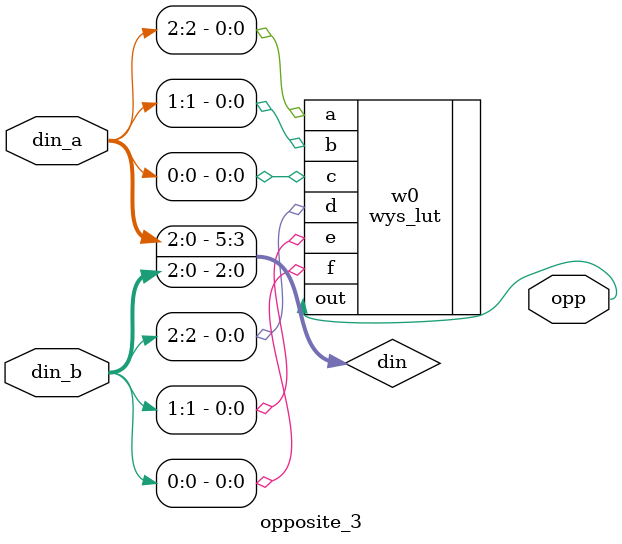
<source format=v>



// Copyright 2012 Altera Corporation. All rights reserved.  
// Altera products are protected under numerous U.S. and foreign patents, 
// maskwork rights, copyrights and other intellectual property laws.  
//
// This reference design file, and your use thereof, is subject to and governed
// by the terms and conditions of the applicable Altera Reference Design 
// License Agreement (either as signed by you or found at www.altera.com).  By
// using this reference design file, you indicate your acceptance of such terms
// and conditions between you and Altera Corporation.  In the event that you do
// not agree with such terms and conditions, you may not use the reference 
// design file and please promptly destroy any copies you have made.
//
// This reference design file is being provided on an "as-is" basis and as an 
// accommodation and therefore all warranties, representations or guarantees of 
// any kind (whether express, implied or statutory) including, without 
// limitation, warranties of merchantability, non-infringement, or fitness for
// a particular purpose, are specifically disclaimed.  By making this reference
// design file available, Altera expressly does not recommend, suggest or 
// require that this reference design file be used in combination with any 
// other product not provided by Altera.
/////////////////////////////////////////////////////////////////////////////

`timescale 1 ps / 1 ps
// baeckler - 06-07-2012

module opposite_3 #(
	parameter TARGET_CHIP = 2
)(
	input [2:0] din_a,
	input [2:0] din_b,
	output opp
);

wire [5:0] din = {din_a,din_b};

wys_lut w0 (.a(din[5]),.b(din[4]),.c(din[3]),.d(din[2]),.e(din[1]),.f(din[0]),.out(opp));
defparam w0 .MASK = 64'h0102040810204080;
defparam w0 .TARGET_CHIP = TARGET_CHIP;

endmodule

// BENCHMARK INFO :  5SGXEA7N2F45C2
// BENCHMARK INFO :  Max depth :  1.0 LUTs
// BENCHMARK INFO :  Total registers : 0
// BENCHMARK INFO :  Total pins : 7
// BENCHMARK INFO :  Total virtual pins : 0
// BENCHMARK INFO :  Total block memory bits : 0
// BENCHMARK INFO :  Comb ALUTs :                         ; 2               ;       ;
// BENCHMARK INFO :  ALMs : 2 / 234,720 ( < 1 % )

</source>
